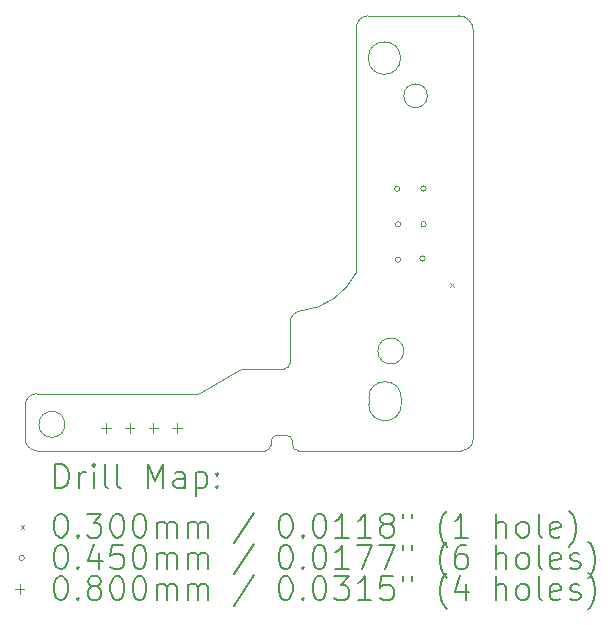
<source format=gbr>
%TF.GenerationSoftware,KiCad,Pcbnew,7.0.6*%
%TF.CreationDate,2023-09-27T22:25:35-07:00*%
%TF.ProjectId,procon_battery_pcb,70726f63-6f6e-45f6-9261-74746572795f,rev?*%
%TF.SameCoordinates,Original*%
%TF.FileFunction,Drillmap*%
%TF.FilePolarity,Positive*%
%FSLAX45Y45*%
G04 Gerber Fmt 4.5, Leading zero omitted, Abs format (unit mm)*
G04 Created by KiCad (PCBNEW 7.0.6) date 2023-09-27 22:25:35*
%MOMM*%
%LPD*%
G01*
G04 APERTURE LIST*
%ADD10C,0.100000*%
%ADD11C,0.200000*%
%ADD12C,0.030000*%
%ADD13C,0.045000*%
%ADD14C,0.080000*%
G04 APERTURE END LIST*
D10*
X7880958Y-2299010D02*
G75*
G03*
X7880958Y-2299010I-100000J0D01*
G01*
X7654371Y-1979843D02*
G75*
G03*
X7654371Y-1979843I-137500J0D01*
G01*
X7680994Y-4459622D02*
G75*
G03*
X7680994Y-4459622I-110000J0D01*
G01*
X7384437Y-4911838D02*
G75*
G03*
X7659437Y-4911838I137500J0D01*
G01*
X7384437Y-4856838D02*
X7384437Y-4911838D01*
X7659436Y-4856838D02*
G75*
G03*
X7384437Y-4856838I-137500J0D01*
G01*
X7659437Y-4911838D02*
X7659437Y-4856838D01*
X4811590Y-5080872D02*
G75*
G03*
X4811590Y-5080872I-110000J0D01*
G01*
X6807573Y-4120668D02*
G75*
G03*
X6717640Y-4220160I10071J-99496D01*
G01*
X6717640Y-4560940D02*
X6717640Y-4220160D01*
X6667640Y-4610940D02*
G75*
G03*
X6717640Y-4560940I5J49996D01*
G01*
X6299640Y-4610940D02*
X6667640Y-4610940D01*
X5934640Y-4820940D02*
X6299640Y-4610940D01*
X4574640Y-4820940D02*
X5934640Y-4820940D01*
X4574640Y-4820940D02*
G75*
G03*
X4474640Y-4920940I5J-100005D01*
G01*
X4474640Y-5202940D02*
X4474640Y-4920940D01*
X4474649Y-5202940D02*
G75*
G03*
X4574640Y-5302940I99996J-4D01*
G01*
X6507640Y-5302940D02*
X4574640Y-5302940D01*
X6507640Y-5302940D02*
G75*
G03*
X6557640Y-5252940I5J49996D01*
G01*
X6557640Y-5222940D02*
X6557640Y-5252940D01*
X6607640Y-5172940D02*
G75*
G03*
X6557640Y-5222940I5J-50005D01*
G01*
X6687640Y-5172940D02*
X6607640Y-5172940D01*
X6737649Y-5222940D02*
G75*
G03*
X6687640Y-5172940I-50004J-4D01*
G01*
X6737640Y-5252940D02*
X6737640Y-5222940D01*
X6737649Y-5252940D02*
G75*
G03*
X6787640Y-5302940I49996J-4D01*
G01*
X8169640Y-5302940D02*
X6787640Y-5302940D01*
X8169640Y-5302940D02*
G75*
G03*
X8269640Y-5202940I5J99996D01*
G01*
X8269640Y-1745940D02*
X8269640Y-5202940D01*
X8269641Y-1745940D02*
G75*
G03*
X8144640Y-1620940I-125000J0D01*
G01*
X7379640Y-1620940D02*
X8144640Y-1620940D01*
X7379640Y-1620940D02*
G75*
G03*
X7279640Y-1720940I5J-100005D01*
G01*
X7279640Y-3795940D02*
X7279640Y-1720940D01*
X6807574Y-4120672D02*
G75*
G03*
X7279640Y-3795940I-59969J592668D01*
G01*
D11*
D12*
X8072360Y-3886440D02*
X8102360Y-3916440D01*
X8102360Y-3886440D02*
X8072360Y-3916440D01*
D13*
X7647580Y-3086100D02*
G75*
G03*
X7647580Y-3086100I-22500J0D01*
G01*
X7655200Y-3385820D02*
G75*
G03*
X7655200Y-3385820I-22500J0D01*
G01*
X7655200Y-3685820D02*
G75*
G03*
X7655200Y-3685820I-22500J0D01*
G01*
X7863046Y-3677134D02*
G75*
G03*
X7863046Y-3677134I-22500J0D01*
G01*
X7871100Y-3083560D02*
G75*
G03*
X7871100Y-3083560I-22500J0D01*
G01*
X7871100Y-3385820D02*
G75*
G03*
X7871100Y-3385820I-22500J0D01*
G01*
D14*
X5160720Y-5073020D02*
X5160720Y-5153020D01*
X5120720Y-5113020D02*
X5200720Y-5113020D01*
X5360720Y-5073020D02*
X5360720Y-5153020D01*
X5320720Y-5113020D02*
X5400720Y-5113020D01*
X5560720Y-5073020D02*
X5560720Y-5153020D01*
X5520720Y-5113020D02*
X5600720Y-5113020D01*
X5760720Y-5073020D02*
X5760720Y-5153020D01*
X5720720Y-5113020D02*
X5800720Y-5113020D01*
D11*
X4730417Y-5619424D02*
X4730417Y-5419424D01*
X4730417Y-5419424D02*
X4778036Y-5419424D01*
X4778036Y-5419424D02*
X4806607Y-5428948D01*
X4806607Y-5428948D02*
X4825655Y-5447995D01*
X4825655Y-5447995D02*
X4835179Y-5467043D01*
X4835179Y-5467043D02*
X4844703Y-5505138D01*
X4844703Y-5505138D02*
X4844703Y-5533710D01*
X4844703Y-5533710D02*
X4835179Y-5571805D01*
X4835179Y-5571805D02*
X4825655Y-5590852D01*
X4825655Y-5590852D02*
X4806607Y-5609900D01*
X4806607Y-5609900D02*
X4778036Y-5619424D01*
X4778036Y-5619424D02*
X4730417Y-5619424D01*
X4930417Y-5619424D02*
X4930417Y-5486090D01*
X4930417Y-5524186D02*
X4939941Y-5505138D01*
X4939941Y-5505138D02*
X4949464Y-5495614D01*
X4949464Y-5495614D02*
X4968512Y-5486090D01*
X4968512Y-5486090D02*
X4987560Y-5486090D01*
X5054226Y-5619424D02*
X5054226Y-5486090D01*
X5054226Y-5419424D02*
X5044703Y-5428948D01*
X5044703Y-5428948D02*
X5054226Y-5438471D01*
X5054226Y-5438471D02*
X5063750Y-5428948D01*
X5063750Y-5428948D02*
X5054226Y-5419424D01*
X5054226Y-5419424D02*
X5054226Y-5438471D01*
X5178036Y-5619424D02*
X5158988Y-5609900D01*
X5158988Y-5609900D02*
X5149464Y-5590852D01*
X5149464Y-5590852D02*
X5149464Y-5419424D01*
X5282798Y-5619424D02*
X5263750Y-5609900D01*
X5263750Y-5609900D02*
X5254226Y-5590852D01*
X5254226Y-5590852D02*
X5254226Y-5419424D01*
X5511369Y-5619424D02*
X5511369Y-5419424D01*
X5511369Y-5419424D02*
X5578036Y-5562281D01*
X5578036Y-5562281D02*
X5644702Y-5419424D01*
X5644702Y-5419424D02*
X5644702Y-5619424D01*
X5825655Y-5619424D02*
X5825655Y-5514662D01*
X5825655Y-5514662D02*
X5816131Y-5495614D01*
X5816131Y-5495614D02*
X5797083Y-5486090D01*
X5797083Y-5486090D02*
X5758988Y-5486090D01*
X5758988Y-5486090D02*
X5739941Y-5495614D01*
X5825655Y-5609900D02*
X5806607Y-5619424D01*
X5806607Y-5619424D02*
X5758988Y-5619424D01*
X5758988Y-5619424D02*
X5739941Y-5609900D01*
X5739941Y-5609900D02*
X5730417Y-5590852D01*
X5730417Y-5590852D02*
X5730417Y-5571805D01*
X5730417Y-5571805D02*
X5739941Y-5552757D01*
X5739941Y-5552757D02*
X5758988Y-5543233D01*
X5758988Y-5543233D02*
X5806607Y-5543233D01*
X5806607Y-5543233D02*
X5825655Y-5533710D01*
X5920893Y-5486090D02*
X5920893Y-5686090D01*
X5920893Y-5495614D02*
X5939941Y-5486090D01*
X5939941Y-5486090D02*
X5978036Y-5486090D01*
X5978036Y-5486090D02*
X5997083Y-5495614D01*
X5997083Y-5495614D02*
X6006607Y-5505138D01*
X6006607Y-5505138D02*
X6016131Y-5524186D01*
X6016131Y-5524186D02*
X6016131Y-5581329D01*
X6016131Y-5581329D02*
X6006607Y-5600376D01*
X6006607Y-5600376D02*
X5997083Y-5609900D01*
X5997083Y-5609900D02*
X5978036Y-5619424D01*
X5978036Y-5619424D02*
X5939941Y-5619424D01*
X5939941Y-5619424D02*
X5920893Y-5609900D01*
X6101845Y-5600376D02*
X6111369Y-5609900D01*
X6111369Y-5609900D02*
X6101845Y-5619424D01*
X6101845Y-5619424D02*
X6092322Y-5609900D01*
X6092322Y-5609900D02*
X6101845Y-5600376D01*
X6101845Y-5600376D02*
X6101845Y-5619424D01*
X6101845Y-5495614D02*
X6111369Y-5505138D01*
X6111369Y-5505138D02*
X6101845Y-5514662D01*
X6101845Y-5514662D02*
X6092322Y-5505138D01*
X6092322Y-5505138D02*
X6101845Y-5495614D01*
X6101845Y-5495614D02*
X6101845Y-5514662D01*
D12*
X4439640Y-5932940D02*
X4469640Y-5962940D01*
X4469640Y-5932940D02*
X4439640Y-5962940D01*
D11*
X4768512Y-5839424D02*
X4787560Y-5839424D01*
X4787560Y-5839424D02*
X4806607Y-5848948D01*
X4806607Y-5848948D02*
X4816131Y-5858471D01*
X4816131Y-5858471D02*
X4825655Y-5877519D01*
X4825655Y-5877519D02*
X4835179Y-5915614D01*
X4835179Y-5915614D02*
X4835179Y-5963233D01*
X4835179Y-5963233D02*
X4825655Y-6001328D01*
X4825655Y-6001328D02*
X4816131Y-6020376D01*
X4816131Y-6020376D02*
X4806607Y-6029900D01*
X4806607Y-6029900D02*
X4787560Y-6039424D01*
X4787560Y-6039424D02*
X4768512Y-6039424D01*
X4768512Y-6039424D02*
X4749464Y-6029900D01*
X4749464Y-6029900D02*
X4739941Y-6020376D01*
X4739941Y-6020376D02*
X4730417Y-6001328D01*
X4730417Y-6001328D02*
X4720893Y-5963233D01*
X4720893Y-5963233D02*
X4720893Y-5915614D01*
X4720893Y-5915614D02*
X4730417Y-5877519D01*
X4730417Y-5877519D02*
X4739941Y-5858471D01*
X4739941Y-5858471D02*
X4749464Y-5848948D01*
X4749464Y-5848948D02*
X4768512Y-5839424D01*
X4920893Y-6020376D02*
X4930417Y-6029900D01*
X4930417Y-6029900D02*
X4920893Y-6039424D01*
X4920893Y-6039424D02*
X4911369Y-6029900D01*
X4911369Y-6029900D02*
X4920893Y-6020376D01*
X4920893Y-6020376D02*
X4920893Y-6039424D01*
X4997084Y-5839424D02*
X5120893Y-5839424D01*
X5120893Y-5839424D02*
X5054226Y-5915614D01*
X5054226Y-5915614D02*
X5082798Y-5915614D01*
X5082798Y-5915614D02*
X5101845Y-5925138D01*
X5101845Y-5925138D02*
X5111369Y-5934662D01*
X5111369Y-5934662D02*
X5120893Y-5953709D01*
X5120893Y-5953709D02*
X5120893Y-6001328D01*
X5120893Y-6001328D02*
X5111369Y-6020376D01*
X5111369Y-6020376D02*
X5101845Y-6029900D01*
X5101845Y-6029900D02*
X5082798Y-6039424D01*
X5082798Y-6039424D02*
X5025655Y-6039424D01*
X5025655Y-6039424D02*
X5006607Y-6029900D01*
X5006607Y-6029900D02*
X4997084Y-6020376D01*
X5244703Y-5839424D02*
X5263750Y-5839424D01*
X5263750Y-5839424D02*
X5282798Y-5848948D01*
X5282798Y-5848948D02*
X5292322Y-5858471D01*
X5292322Y-5858471D02*
X5301845Y-5877519D01*
X5301845Y-5877519D02*
X5311369Y-5915614D01*
X5311369Y-5915614D02*
X5311369Y-5963233D01*
X5311369Y-5963233D02*
X5301845Y-6001328D01*
X5301845Y-6001328D02*
X5292322Y-6020376D01*
X5292322Y-6020376D02*
X5282798Y-6029900D01*
X5282798Y-6029900D02*
X5263750Y-6039424D01*
X5263750Y-6039424D02*
X5244703Y-6039424D01*
X5244703Y-6039424D02*
X5225655Y-6029900D01*
X5225655Y-6029900D02*
X5216131Y-6020376D01*
X5216131Y-6020376D02*
X5206607Y-6001328D01*
X5206607Y-6001328D02*
X5197084Y-5963233D01*
X5197084Y-5963233D02*
X5197084Y-5915614D01*
X5197084Y-5915614D02*
X5206607Y-5877519D01*
X5206607Y-5877519D02*
X5216131Y-5858471D01*
X5216131Y-5858471D02*
X5225655Y-5848948D01*
X5225655Y-5848948D02*
X5244703Y-5839424D01*
X5435179Y-5839424D02*
X5454226Y-5839424D01*
X5454226Y-5839424D02*
X5473274Y-5848948D01*
X5473274Y-5848948D02*
X5482798Y-5858471D01*
X5482798Y-5858471D02*
X5492322Y-5877519D01*
X5492322Y-5877519D02*
X5501845Y-5915614D01*
X5501845Y-5915614D02*
X5501845Y-5963233D01*
X5501845Y-5963233D02*
X5492322Y-6001328D01*
X5492322Y-6001328D02*
X5482798Y-6020376D01*
X5482798Y-6020376D02*
X5473274Y-6029900D01*
X5473274Y-6029900D02*
X5454226Y-6039424D01*
X5454226Y-6039424D02*
X5435179Y-6039424D01*
X5435179Y-6039424D02*
X5416131Y-6029900D01*
X5416131Y-6029900D02*
X5406607Y-6020376D01*
X5406607Y-6020376D02*
X5397084Y-6001328D01*
X5397084Y-6001328D02*
X5387560Y-5963233D01*
X5387560Y-5963233D02*
X5387560Y-5915614D01*
X5387560Y-5915614D02*
X5397084Y-5877519D01*
X5397084Y-5877519D02*
X5406607Y-5858471D01*
X5406607Y-5858471D02*
X5416131Y-5848948D01*
X5416131Y-5848948D02*
X5435179Y-5839424D01*
X5587560Y-6039424D02*
X5587560Y-5906090D01*
X5587560Y-5925138D02*
X5597083Y-5915614D01*
X5597083Y-5915614D02*
X5616131Y-5906090D01*
X5616131Y-5906090D02*
X5644703Y-5906090D01*
X5644703Y-5906090D02*
X5663750Y-5915614D01*
X5663750Y-5915614D02*
X5673274Y-5934662D01*
X5673274Y-5934662D02*
X5673274Y-6039424D01*
X5673274Y-5934662D02*
X5682798Y-5915614D01*
X5682798Y-5915614D02*
X5701845Y-5906090D01*
X5701845Y-5906090D02*
X5730417Y-5906090D01*
X5730417Y-5906090D02*
X5749464Y-5915614D01*
X5749464Y-5915614D02*
X5758988Y-5934662D01*
X5758988Y-5934662D02*
X5758988Y-6039424D01*
X5854226Y-6039424D02*
X5854226Y-5906090D01*
X5854226Y-5925138D02*
X5863750Y-5915614D01*
X5863750Y-5915614D02*
X5882798Y-5906090D01*
X5882798Y-5906090D02*
X5911369Y-5906090D01*
X5911369Y-5906090D02*
X5930417Y-5915614D01*
X5930417Y-5915614D02*
X5939941Y-5934662D01*
X5939941Y-5934662D02*
X5939941Y-6039424D01*
X5939941Y-5934662D02*
X5949464Y-5915614D01*
X5949464Y-5915614D02*
X5968512Y-5906090D01*
X5968512Y-5906090D02*
X5997083Y-5906090D01*
X5997083Y-5906090D02*
X6016131Y-5915614D01*
X6016131Y-5915614D02*
X6025655Y-5934662D01*
X6025655Y-5934662D02*
X6025655Y-6039424D01*
X6416131Y-5829900D02*
X6244703Y-6087043D01*
X6673274Y-5839424D02*
X6692322Y-5839424D01*
X6692322Y-5839424D02*
X6711369Y-5848948D01*
X6711369Y-5848948D02*
X6720893Y-5858471D01*
X6720893Y-5858471D02*
X6730417Y-5877519D01*
X6730417Y-5877519D02*
X6739941Y-5915614D01*
X6739941Y-5915614D02*
X6739941Y-5963233D01*
X6739941Y-5963233D02*
X6730417Y-6001328D01*
X6730417Y-6001328D02*
X6720893Y-6020376D01*
X6720893Y-6020376D02*
X6711369Y-6029900D01*
X6711369Y-6029900D02*
X6692322Y-6039424D01*
X6692322Y-6039424D02*
X6673274Y-6039424D01*
X6673274Y-6039424D02*
X6654226Y-6029900D01*
X6654226Y-6029900D02*
X6644703Y-6020376D01*
X6644703Y-6020376D02*
X6635179Y-6001328D01*
X6635179Y-6001328D02*
X6625655Y-5963233D01*
X6625655Y-5963233D02*
X6625655Y-5915614D01*
X6625655Y-5915614D02*
X6635179Y-5877519D01*
X6635179Y-5877519D02*
X6644703Y-5858471D01*
X6644703Y-5858471D02*
X6654226Y-5848948D01*
X6654226Y-5848948D02*
X6673274Y-5839424D01*
X6825655Y-6020376D02*
X6835179Y-6029900D01*
X6835179Y-6029900D02*
X6825655Y-6039424D01*
X6825655Y-6039424D02*
X6816131Y-6029900D01*
X6816131Y-6029900D02*
X6825655Y-6020376D01*
X6825655Y-6020376D02*
X6825655Y-6039424D01*
X6958988Y-5839424D02*
X6978036Y-5839424D01*
X6978036Y-5839424D02*
X6997084Y-5848948D01*
X6997084Y-5848948D02*
X7006607Y-5858471D01*
X7006607Y-5858471D02*
X7016131Y-5877519D01*
X7016131Y-5877519D02*
X7025655Y-5915614D01*
X7025655Y-5915614D02*
X7025655Y-5963233D01*
X7025655Y-5963233D02*
X7016131Y-6001328D01*
X7016131Y-6001328D02*
X7006607Y-6020376D01*
X7006607Y-6020376D02*
X6997084Y-6029900D01*
X6997084Y-6029900D02*
X6978036Y-6039424D01*
X6978036Y-6039424D02*
X6958988Y-6039424D01*
X6958988Y-6039424D02*
X6939941Y-6029900D01*
X6939941Y-6029900D02*
X6930417Y-6020376D01*
X6930417Y-6020376D02*
X6920893Y-6001328D01*
X6920893Y-6001328D02*
X6911369Y-5963233D01*
X6911369Y-5963233D02*
X6911369Y-5915614D01*
X6911369Y-5915614D02*
X6920893Y-5877519D01*
X6920893Y-5877519D02*
X6930417Y-5858471D01*
X6930417Y-5858471D02*
X6939941Y-5848948D01*
X6939941Y-5848948D02*
X6958988Y-5839424D01*
X7216131Y-6039424D02*
X7101846Y-6039424D01*
X7158988Y-6039424D02*
X7158988Y-5839424D01*
X7158988Y-5839424D02*
X7139941Y-5867995D01*
X7139941Y-5867995D02*
X7120893Y-5887043D01*
X7120893Y-5887043D02*
X7101846Y-5896567D01*
X7406607Y-6039424D02*
X7292322Y-6039424D01*
X7349465Y-6039424D02*
X7349465Y-5839424D01*
X7349465Y-5839424D02*
X7330417Y-5867995D01*
X7330417Y-5867995D02*
X7311369Y-5887043D01*
X7311369Y-5887043D02*
X7292322Y-5896567D01*
X7520893Y-5925138D02*
X7501846Y-5915614D01*
X7501846Y-5915614D02*
X7492322Y-5906090D01*
X7492322Y-5906090D02*
X7482798Y-5887043D01*
X7482798Y-5887043D02*
X7482798Y-5877519D01*
X7482798Y-5877519D02*
X7492322Y-5858471D01*
X7492322Y-5858471D02*
X7501846Y-5848948D01*
X7501846Y-5848948D02*
X7520893Y-5839424D01*
X7520893Y-5839424D02*
X7558988Y-5839424D01*
X7558988Y-5839424D02*
X7578036Y-5848948D01*
X7578036Y-5848948D02*
X7587560Y-5858471D01*
X7587560Y-5858471D02*
X7597084Y-5877519D01*
X7597084Y-5877519D02*
X7597084Y-5887043D01*
X7597084Y-5887043D02*
X7587560Y-5906090D01*
X7587560Y-5906090D02*
X7578036Y-5915614D01*
X7578036Y-5915614D02*
X7558988Y-5925138D01*
X7558988Y-5925138D02*
X7520893Y-5925138D01*
X7520893Y-5925138D02*
X7501846Y-5934662D01*
X7501846Y-5934662D02*
X7492322Y-5944186D01*
X7492322Y-5944186D02*
X7482798Y-5963233D01*
X7482798Y-5963233D02*
X7482798Y-6001328D01*
X7482798Y-6001328D02*
X7492322Y-6020376D01*
X7492322Y-6020376D02*
X7501846Y-6029900D01*
X7501846Y-6029900D02*
X7520893Y-6039424D01*
X7520893Y-6039424D02*
X7558988Y-6039424D01*
X7558988Y-6039424D02*
X7578036Y-6029900D01*
X7578036Y-6029900D02*
X7587560Y-6020376D01*
X7587560Y-6020376D02*
X7597084Y-6001328D01*
X7597084Y-6001328D02*
X7597084Y-5963233D01*
X7597084Y-5963233D02*
X7587560Y-5944186D01*
X7587560Y-5944186D02*
X7578036Y-5934662D01*
X7578036Y-5934662D02*
X7558988Y-5925138D01*
X7673274Y-5839424D02*
X7673274Y-5877519D01*
X7749465Y-5839424D02*
X7749465Y-5877519D01*
X8044703Y-6115614D02*
X8035179Y-6106090D01*
X8035179Y-6106090D02*
X8016131Y-6077519D01*
X8016131Y-6077519D02*
X8006608Y-6058471D01*
X8006608Y-6058471D02*
X7997084Y-6029900D01*
X7997084Y-6029900D02*
X7987560Y-5982281D01*
X7987560Y-5982281D02*
X7987560Y-5944186D01*
X7987560Y-5944186D02*
X7997084Y-5896567D01*
X7997084Y-5896567D02*
X8006608Y-5867995D01*
X8006608Y-5867995D02*
X8016131Y-5848948D01*
X8016131Y-5848948D02*
X8035179Y-5820376D01*
X8035179Y-5820376D02*
X8044703Y-5810852D01*
X8225655Y-6039424D02*
X8111369Y-6039424D01*
X8168512Y-6039424D02*
X8168512Y-5839424D01*
X8168512Y-5839424D02*
X8149465Y-5867995D01*
X8149465Y-5867995D02*
X8130417Y-5887043D01*
X8130417Y-5887043D02*
X8111369Y-5896567D01*
X8463751Y-6039424D02*
X8463751Y-5839424D01*
X8549465Y-6039424D02*
X8549465Y-5934662D01*
X8549465Y-5934662D02*
X8539941Y-5915614D01*
X8539941Y-5915614D02*
X8520893Y-5906090D01*
X8520893Y-5906090D02*
X8492322Y-5906090D01*
X8492322Y-5906090D02*
X8473274Y-5915614D01*
X8473274Y-5915614D02*
X8463751Y-5925138D01*
X8673274Y-6039424D02*
X8654227Y-6029900D01*
X8654227Y-6029900D02*
X8644703Y-6020376D01*
X8644703Y-6020376D02*
X8635179Y-6001328D01*
X8635179Y-6001328D02*
X8635179Y-5944186D01*
X8635179Y-5944186D02*
X8644703Y-5925138D01*
X8644703Y-5925138D02*
X8654227Y-5915614D01*
X8654227Y-5915614D02*
X8673274Y-5906090D01*
X8673274Y-5906090D02*
X8701846Y-5906090D01*
X8701846Y-5906090D02*
X8720893Y-5915614D01*
X8720893Y-5915614D02*
X8730417Y-5925138D01*
X8730417Y-5925138D02*
X8739941Y-5944186D01*
X8739941Y-5944186D02*
X8739941Y-6001328D01*
X8739941Y-6001328D02*
X8730417Y-6020376D01*
X8730417Y-6020376D02*
X8720893Y-6029900D01*
X8720893Y-6029900D02*
X8701846Y-6039424D01*
X8701846Y-6039424D02*
X8673274Y-6039424D01*
X8854227Y-6039424D02*
X8835179Y-6029900D01*
X8835179Y-6029900D02*
X8825655Y-6010852D01*
X8825655Y-6010852D02*
X8825655Y-5839424D01*
X9006608Y-6029900D02*
X8987560Y-6039424D01*
X8987560Y-6039424D02*
X8949465Y-6039424D01*
X8949465Y-6039424D02*
X8930417Y-6029900D01*
X8930417Y-6029900D02*
X8920893Y-6010852D01*
X8920893Y-6010852D02*
X8920893Y-5934662D01*
X8920893Y-5934662D02*
X8930417Y-5915614D01*
X8930417Y-5915614D02*
X8949465Y-5906090D01*
X8949465Y-5906090D02*
X8987560Y-5906090D01*
X8987560Y-5906090D02*
X9006608Y-5915614D01*
X9006608Y-5915614D02*
X9016132Y-5934662D01*
X9016132Y-5934662D02*
X9016132Y-5953709D01*
X9016132Y-5953709D02*
X8920893Y-5972757D01*
X9082798Y-6115614D02*
X9092322Y-6106090D01*
X9092322Y-6106090D02*
X9111370Y-6077519D01*
X9111370Y-6077519D02*
X9120893Y-6058471D01*
X9120893Y-6058471D02*
X9130417Y-6029900D01*
X9130417Y-6029900D02*
X9139941Y-5982281D01*
X9139941Y-5982281D02*
X9139941Y-5944186D01*
X9139941Y-5944186D02*
X9130417Y-5896567D01*
X9130417Y-5896567D02*
X9120893Y-5867995D01*
X9120893Y-5867995D02*
X9111370Y-5848948D01*
X9111370Y-5848948D02*
X9092322Y-5820376D01*
X9092322Y-5820376D02*
X9082798Y-5810852D01*
D13*
X4469640Y-6211940D02*
G75*
G03*
X4469640Y-6211940I-22500J0D01*
G01*
D11*
X4768512Y-6103424D02*
X4787560Y-6103424D01*
X4787560Y-6103424D02*
X4806607Y-6112948D01*
X4806607Y-6112948D02*
X4816131Y-6122471D01*
X4816131Y-6122471D02*
X4825655Y-6141519D01*
X4825655Y-6141519D02*
X4835179Y-6179614D01*
X4835179Y-6179614D02*
X4835179Y-6227233D01*
X4835179Y-6227233D02*
X4825655Y-6265328D01*
X4825655Y-6265328D02*
X4816131Y-6284376D01*
X4816131Y-6284376D02*
X4806607Y-6293900D01*
X4806607Y-6293900D02*
X4787560Y-6303424D01*
X4787560Y-6303424D02*
X4768512Y-6303424D01*
X4768512Y-6303424D02*
X4749464Y-6293900D01*
X4749464Y-6293900D02*
X4739941Y-6284376D01*
X4739941Y-6284376D02*
X4730417Y-6265328D01*
X4730417Y-6265328D02*
X4720893Y-6227233D01*
X4720893Y-6227233D02*
X4720893Y-6179614D01*
X4720893Y-6179614D02*
X4730417Y-6141519D01*
X4730417Y-6141519D02*
X4739941Y-6122471D01*
X4739941Y-6122471D02*
X4749464Y-6112948D01*
X4749464Y-6112948D02*
X4768512Y-6103424D01*
X4920893Y-6284376D02*
X4930417Y-6293900D01*
X4930417Y-6293900D02*
X4920893Y-6303424D01*
X4920893Y-6303424D02*
X4911369Y-6293900D01*
X4911369Y-6293900D02*
X4920893Y-6284376D01*
X4920893Y-6284376D02*
X4920893Y-6303424D01*
X5101845Y-6170090D02*
X5101845Y-6303424D01*
X5054226Y-6093900D02*
X5006607Y-6236757D01*
X5006607Y-6236757D02*
X5130417Y-6236757D01*
X5301845Y-6103424D02*
X5206607Y-6103424D01*
X5206607Y-6103424D02*
X5197084Y-6198662D01*
X5197084Y-6198662D02*
X5206607Y-6189138D01*
X5206607Y-6189138D02*
X5225655Y-6179614D01*
X5225655Y-6179614D02*
X5273274Y-6179614D01*
X5273274Y-6179614D02*
X5292322Y-6189138D01*
X5292322Y-6189138D02*
X5301845Y-6198662D01*
X5301845Y-6198662D02*
X5311369Y-6217709D01*
X5311369Y-6217709D02*
X5311369Y-6265328D01*
X5311369Y-6265328D02*
X5301845Y-6284376D01*
X5301845Y-6284376D02*
X5292322Y-6293900D01*
X5292322Y-6293900D02*
X5273274Y-6303424D01*
X5273274Y-6303424D02*
X5225655Y-6303424D01*
X5225655Y-6303424D02*
X5206607Y-6293900D01*
X5206607Y-6293900D02*
X5197084Y-6284376D01*
X5435179Y-6103424D02*
X5454226Y-6103424D01*
X5454226Y-6103424D02*
X5473274Y-6112948D01*
X5473274Y-6112948D02*
X5482798Y-6122471D01*
X5482798Y-6122471D02*
X5492322Y-6141519D01*
X5492322Y-6141519D02*
X5501845Y-6179614D01*
X5501845Y-6179614D02*
X5501845Y-6227233D01*
X5501845Y-6227233D02*
X5492322Y-6265328D01*
X5492322Y-6265328D02*
X5482798Y-6284376D01*
X5482798Y-6284376D02*
X5473274Y-6293900D01*
X5473274Y-6293900D02*
X5454226Y-6303424D01*
X5454226Y-6303424D02*
X5435179Y-6303424D01*
X5435179Y-6303424D02*
X5416131Y-6293900D01*
X5416131Y-6293900D02*
X5406607Y-6284376D01*
X5406607Y-6284376D02*
X5397084Y-6265328D01*
X5397084Y-6265328D02*
X5387560Y-6227233D01*
X5387560Y-6227233D02*
X5387560Y-6179614D01*
X5387560Y-6179614D02*
X5397084Y-6141519D01*
X5397084Y-6141519D02*
X5406607Y-6122471D01*
X5406607Y-6122471D02*
X5416131Y-6112948D01*
X5416131Y-6112948D02*
X5435179Y-6103424D01*
X5587560Y-6303424D02*
X5587560Y-6170090D01*
X5587560Y-6189138D02*
X5597083Y-6179614D01*
X5597083Y-6179614D02*
X5616131Y-6170090D01*
X5616131Y-6170090D02*
X5644703Y-6170090D01*
X5644703Y-6170090D02*
X5663750Y-6179614D01*
X5663750Y-6179614D02*
X5673274Y-6198662D01*
X5673274Y-6198662D02*
X5673274Y-6303424D01*
X5673274Y-6198662D02*
X5682798Y-6179614D01*
X5682798Y-6179614D02*
X5701845Y-6170090D01*
X5701845Y-6170090D02*
X5730417Y-6170090D01*
X5730417Y-6170090D02*
X5749464Y-6179614D01*
X5749464Y-6179614D02*
X5758988Y-6198662D01*
X5758988Y-6198662D02*
X5758988Y-6303424D01*
X5854226Y-6303424D02*
X5854226Y-6170090D01*
X5854226Y-6189138D02*
X5863750Y-6179614D01*
X5863750Y-6179614D02*
X5882798Y-6170090D01*
X5882798Y-6170090D02*
X5911369Y-6170090D01*
X5911369Y-6170090D02*
X5930417Y-6179614D01*
X5930417Y-6179614D02*
X5939941Y-6198662D01*
X5939941Y-6198662D02*
X5939941Y-6303424D01*
X5939941Y-6198662D02*
X5949464Y-6179614D01*
X5949464Y-6179614D02*
X5968512Y-6170090D01*
X5968512Y-6170090D02*
X5997083Y-6170090D01*
X5997083Y-6170090D02*
X6016131Y-6179614D01*
X6016131Y-6179614D02*
X6025655Y-6198662D01*
X6025655Y-6198662D02*
X6025655Y-6303424D01*
X6416131Y-6093900D02*
X6244703Y-6351043D01*
X6673274Y-6103424D02*
X6692322Y-6103424D01*
X6692322Y-6103424D02*
X6711369Y-6112948D01*
X6711369Y-6112948D02*
X6720893Y-6122471D01*
X6720893Y-6122471D02*
X6730417Y-6141519D01*
X6730417Y-6141519D02*
X6739941Y-6179614D01*
X6739941Y-6179614D02*
X6739941Y-6227233D01*
X6739941Y-6227233D02*
X6730417Y-6265328D01*
X6730417Y-6265328D02*
X6720893Y-6284376D01*
X6720893Y-6284376D02*
X6711369Y-6293900D01*
X6711369Y-6293900D02*
X6692322Y-6303424D01*
X6692322Y-6303424D02*
X6673274Y-6303424D01*
X6673274Y-6303424D02*
X6654226Y-6293900D01*
X6654226Y-6293900D02*
X6644703Y-6284376D01*
X6644703Y-6284376D02*
X6635179Y-6265328D01*
X6635179Y-6265328D02*
X6625655Y-6227233D01*
X6625655Y-6227233D02*
X6625655Y-6179614D01*
X6625655Y-6179614D02*
X6635179Y-6141519D01*
X6635179Y-6141519D02*
X6644703Y-6122471D01*
X6644703Y-6122471D02*
X6654226Y-6112948D01*
X6654226Y-6112948D02*
X6673274Y-6103424D01*
X6825655Y-6284376D02*
X6835179Y-6293900D01*
X6835179Y-6293900D02*
X6825655Y-6303424D01*
X6825655Y-6303424D02*
X6816131Y-6293900D01*
X6816131Y-6293900D02*
X6825655Y-6284376D01*
X6825655Y-6284376D02*
X6825655Y-6303424D01*
X6958988Y-6103424D02*
X6978036Y-6103424D01*
X6978036Y-6103424D02*
X6997084Y-6112948D01*
X6997084Y-6112948D02*
X7006607Y-6122471D01*
X7006607Y-6122471D02*
X7016131Y-6141519D01*
X7016131Y-6141519D02*
X7025655Y-6179614D01*
X7025655Y-6179614D02*
X7025655Y-6227233D01*
X7025655Y-6227233D02*
X7016131Y-6265328D01*
X7016131Y-6265328D02*
X7006607Y-6284376D01*
X7006607Y-6284376D02*
X6997084Y-6293900D01*
X6997084Y-6293900D02*
X6978036Y-6303424D01*
X6978036Y-6303424D02*
X6958988Y-6303424D01*
X6958988Y-6303424D02*
X6939941Y-6293900D01*
X6939941Y-6293900D02*
X6930417Y-6284376D01*
X6930417Y-6284376D02*
X6920893Y-6265328D01*
X6920893Y-6265328D02*
X6911369Y-6227233D01*
X6911369Y-6227233D02*
X6911369Y-6179614D01*
X6911369Y-6179614D02*
X6920893Y-6141519D01*
X6920893Y-6141519D02*
X6930417Y-6122471D01*
X6930417Y-6122471D02*
X6939941Y-6112948D01*
X6939941Y-6112948D02*
X6958988Y-6103424D01*
X7216131Y-6303424D02*
X7101846Y-6303424D01*
X7158988Y-6303424D02*
X7158988Y-6103424D01*
X7158988Y-6103424D02*
X7139941Y-6131995D01*
X7139941Y-6131995D02*
X7120893Y-6151043D01*
X7120893Y-6151043D02*
X7101846Y-6160567D01*
X7282798Y-6103424D02*
X7416131Y-6103424D01*
X7416131Y-6103424D02*
X7330417Y-6303424D01*
X7473274Y-6103424D02*
X7606607Y-6103424D01*
X7606607Y-6103424D02*
X7520893Y-6303424D01*
X7673274Y-6103424D02*
X7673274Y-6141519D01*
X7749465Y-6103424D02*
X7749465Y-6141519D01*
X8044703Y-6379614D02*
X8035179Y-6370090D01*
X8035179Y-6370090D02*
X8016131Y-6341519D01*
X8016131Y-6341519D02*
X8006608Y-6322471D01*
X8006608Y-6322471D02*
X7997084Y-6293900D01*
X7997084Y-6293900D02*
X7987560Y-6246281D01*
X7987560Y-6246281D02*
X7987560Y-6208186D01*
X7987560Y-6208186D02*
X7997084Y-6160567D01*
X7997084Y-6160567D02*
X8006608Y-6131995D01*
X8006608Y-6131995D02*
X8016131Y-6112948D01*
X8016131Y-6112948D02*
X8035179Y-6084376D01*
X8035179Y-6084376D02*
X8044703Y-6074852D01*
X8206608Y-6103424D02*
X8168512Y-6103424D01*
X8168512Y-6103424D02*
X8149465Y-6112948D01*
X8149465Y-6112948D02*
X8139941Y-6122471D01*
X8139941Y-6122471D02*
X8120893Y-6151043D01*
X8120893Y-6151043D02*
X8111369Y-6189138D01*
X8111369Y-6189138D02*
X8111369Y-6265328D01*
X8111369Y-6265328D02*
X8120893Y-6284376D01*
X8120893Y-6284376D02*
X8130417Y-6293900D01*
X8130417Y-6293900D02*
X8149465Y-6303424D01*
X8149465Y-6303424D02*
X8187560Y-6303424D01*
X8187560Y-6303424D02*
X8206608Y-6293900D01*
X8206608Y-6293900D02*
X8216131Y-6284376D01*
X8216131Y-6284376D02*
X8225655Y-6265328D01*
X8225655Y-6265328D02*
X8225655Y-6217709D01*
X8225655Y-6217709D02*
X8216131Y-6198662D01*
X8216131Y-6198662D02*
X8206608Y-6189138D01*
X8206608Y-6189138D02*
X8187560Y-6179614D01*
X8187560Y-6179614D02*
X8149465Y-6179614D01*
X8149465Y-6179614D02*
X8130417Y-6189138D01*
X8130417Y-6189138D02*
X8120893Y-6198662D01*
X8120893Y-6198662D02*
X8111369Y-6217709D01*
X8463751Y-6303424D02*
X8463751Y-6103424D01*
X8549465Y-6303424D02*
X8549465Y-6198662D01*
X8549465Y-6198662D02*
X8539941Y-6179614D01*
X8539941Y-6179614D02*
X8520893Y-6170090D01*
X8520893Y-6170090D02*
X8492322Y-6170090D01*
X8492322Y-6170090D02*
X8473274Y-6179614D01*
X8473274Y-6179614D02*
X8463751Y-6189138D01*
X8673274Y-6303424D02*
X8654227Y-6293900D01*
X8654227Y-6293900D02*
X8644703Y-6284376D01*
X8644703Y-6284376D02*
X8635179Y-6265328D01*
X8635179Y-6265328D02*
X8635179Y-6208186D01*
X8635179Y-6208186D02*
X8644703Y-6189138D01*
X8644703Y-6189138D02*
X8654227Y-6179614D01*
X8654227Y-6179614D02*
X8673274Y-6170090D01*
X8673274Y-6170090D02*
X8701846Y-6170090D01*
X8701846Y-6170090D02*
X8720893Y-6179614D01*
X8720893Y-6179614D02*
X8730417Y-6189138D01*
X8730417Y-6189138D02*
X8739941Y-6208186D01*
X8739941Y-6208186D02*
X8739941Y-6265328D01*
X8739941Y-6265328D02*
X8730417Y-6284376D01*
X8730417Y-6284376D02*
X8720893Y-6293900D01*
X8720893Y-6293900D02*
X8701846Y-6303424D01*
X8701846Y-6303424D02*
X8673274Y-6303424D01*
X8854227Y-6303424D02*
X8835179Y-6293900D01*
X8835179Y-6293900D02*
X8825655Y-6274852D01*
X8825655Y-6274852D02*
X8825655Y-6103424D01*
X9006608Y-6293900D02*
X8987560Y-6303424D01*
X8987560Y-6303424D02*
X8949465Y-6303424D01*
X8949465Y-6303424D02*
X8930417Y-6293900D01*
X8930417Y-6293900D02*
X8920893Y-6274852D01*
X8920893Y-6274852D02*
X8920893Y-6198662D01*
X8920893Y-6198662D02*
X8930417Y-6179614D01*
X8930417Y-6179614D02*
X8949465Y-6170090D01*
X8949465Y-6170090D02*
X8987560Y-6170090D01*
X8987560Y-6170090D02*
X9006608Y-6179614D01*
X9006608Y-6179614D02*
X9016132Y-6198662D01*
X9016132Y-6198662D02*
X9016132Y-6217709D01*
X9016132Y-6217709D02*
X8920893Y-6236757D01*
X9092322Y-6293900D02*
X9111370Y-6303424D01*
X9111370Y-6303424D02*
X9149465Y-6303424D01*
X9149465Y-6303424D02*
X9168513Y-6293900D01*
X9168513Y-6293900D02*
X9178036Y-6274852D01*
X9178036Y-6274852D02*
X9178036Y-6265328D01*
X9178036Y-6265328D02*
X9168513Y-6246281D01*
X9168513Y-6246281D02*
X9149465Y-6236757D01*
X9149465Y-6236757D02*
X9120893Y-6236757D01*
X9120893Y-6236757D02*
X9101846Y-6227233D01*
X9101846Y-6227233D02*
X9092322Y-6208186D01*
X9092322Y-6208186D02*
X9092322Y-6198662D01*
X9092322Y-6198662D02*
X9101846Y-6179614D01*
X9101846Y-6179614D02*
X9120893Y-6170090D01*
X9120893Y-6170090D02*
X9149465Y-6170090D01*
X9149465Y-6170090D02*
X9168513Y-6179614D01*
X9244703Y-6379614D02*
X9254227Y-6370090D01*
X9254227Y-6370090D02*
X9273274Y-6341519D01*
X9273274Y-6341519D02*
X9282798Y-6322471D01*
X9282798Y-6322471D02*
X9292322Y-6293900D01*
X9292322Y-6293900D02*
X9301846Y-6246281D01*
X9301846Y-6246281D02*
X9301846Y-6208186D01*
X9301846Y-6208186D02*
X9292322Y-6160567D01*
X9292322Y-6160567D02*
X9282798Y-6131995D01*
X9282798Y-6131995D02*
X9273274Y-6112948D01*
X9273274Y-6112948D02*
X9254227Y-6084376D01*
X9254227Y-6084376D02*
X9244703Y-6074852D01*
D14*
X4429640Y-6435940D02*
X4429640Y-6515940D01*
X4389640Y-6475940D02*
X4469640Y-6475940D01*
D11*
X4768512Y-6367424D02*
X4787560Y-6367424D01*
X4787560Y-6367424D02*
X4806607Y-6376948D01*
X4806607Y-6376948D02*
X4816131Y-6386471D01*
X4816131Y-6386471D02*
X4825655Y-6405519D01*
X4825655Y-6405519D02*
X4835179Y-6443614D01*
X4835179Y-6443614D02*
X4835179Y-6491233D01*
X4835179Y-6491233D02*
X4825655Y-6529328D01*
X4825655Y-6529328D02*
X4816131Y-6548376D01*
X4816131Y-6548376D02*
X4806607Y-6557900D01*
X4806607Y-6557900D02*
X4787560Y-6567424D01*
X4787560Y-6567424D02*
X4768512Y-6567424D01*
X4768512Y-6567424D02*
X4749464Y-6557900D01*
X4749464Y-6557900D02*
X4739941Y-6548376D01*
X4739941Y-6548376D02*
X4730417Y-6529328D01*
X4730417Y-6529328D02*
X4720893Y-6491233D01*
X4720893Y-6491233D02*
X4720893Y-6443614D01*
X4720893Y-6443614D02*
X4730417Y-6405519D01*
X4730417Y-6405519D02*
X4739941Y-6386471D01*
X4739941Y-6386471D02*
X4749464Y-6376948D01*
X4749464Y-6376948D02*
X4768512Y-6367424D01*
X4920893Y-6548376D02*
X4930417Y-6557900D01*
X4930417Y-6557900D02*
X4920893Y-6567424D01*
X4920893Y-6567424D02*
X4911369Y-6557900D01*
X4911369Y-6557900D02*
X4920893Y-6548376D01*
X4920893Y-6548376D02*
X4920893Y-6567424D01*
X5044703Y-6453138D02*
X5025655Y-6443614D01*
X5025655Y-6443614D02*
X5016131Y-6434090D01*
X5016131Y-6434090D02*
X5006607Y-6415043D01*
X5006607Y-6415043D02*
X5006607Y-6405519D01*
X5006607Y-6405519D02*
X5016131Y-6386471D01*
X5016131Y-6386471D02*
X5025655Y-6376948D01*
X5025655Y-6376948D02*
X5044703Y-6367424D01*
X5044703Y-6367424D02*
X5082798Y-6367424D01*
X5082798Y-6367424D02*
X5101845Y-6376948D01*
X5101845Y-6376948D02*
X5111369Y-6386471D01*
X5111369Y-6386471D02*
X5120893Y-6405519D01*
X5120893Y-6405519D02*
X5120893Y-6415043D01*
X5120893Y-6415043D02*
X5111369Y-6434090D01*
X5111369Y-6434090D02*
X5101845Y-6443614D01*
X5101845Y-6443614D02*
X5082798Y-6453138D01*
X5082798Y-6453138D02*
X5044703Y-6453138D01*
X5044703Y-6453138D02*
X5025655Y-6462662D01*
X5025655Y-6462662D02*
X5016131Y-6472186D01*
X5016131Y-6472186D02*
X5006607Y-6491233D01*
X5006607Y-6491233D02*
X5006607Y-6529328D01*
X5006607Y-6529328D02*
X5016131Y-6548376D01*
X5016131Y-6548376D02*
X5025655Y-6557900D01*
X5025655Y-6557900D02*
X5044703Y-6567424D01*
X5044703Y-6567424D02*
X5082798Y-6567424D01*
X5082798Y-6567424D02*
X5101845Y-6557900D01*
X5101845Y-6557900D02*
X5111369Y-6548376D01*
X5111369Y-6548376D02*
X5120893Y-6529328D01*
X5120893Y-6529328D02*
X5120893Y-6491233D01*
X5120893Y-6491233D02*
X5111369Y-6472186D01*
X5111369Y-6472186D02*
X5101845Y-6462662D01*
X5101845Y-6462662D02*
X5082798Y-6453138D01*
X5244703Y-6367424D02*
X5263750Y-6367424D01*
X5263750Y-6367424D02*
X5282798Y-6376948D01*
X5282798Y-6376948D02*
X5292322Y-6386471D01*
X5292322Y-6386471D02*
X5301845Y-6405519D01*
X5301845Y-6405519D02*
X5311369Y-6443614D01*
X5311369Y-6443614D02*
X5311369Y-6491233D01*
X5311369Y-6491233D02*
X5301845Y-6529328D01*
X5301845Y-6529328D02*
X5292322Y-6548376D01*
X5292322Y-6548376D02*
X5282798Y-6557900D01*
X5282798Y-6557900D02*
X5263750Y-6567424D01*
X5263750Y-6567424D02*
X5244703Y-6567424D01*
X5244703Y-6567424D02*
X5225655Y-6557900D01*
X5225655Y-6557900D02*
X5216131Y-6548376D01*
X5216131Y-6548376D02*
X5206607Y-6529328D01*
X5206607Y-6529328D02*
X5197084Y-6491233D01*
X5197084Y-6491233D02*
X5197084Y-6443614D01*
X5197084Y-6443614D02*
X5206607Y-6405519D01*
X5206607Y-6405519D02*
X5216131Y-6386471D01*
X5216131Y-6386471D02*
X5225655Y-6376948D01*
X5225655Y-6376948D02*
X5244703Y-6367424D01*
X5435179Y-6367424D02*
X5454226Y-6367424D01*
X5454226Y-6367424D02*
X5473274Y-6376948D01*
X5473274Y-6376948D02*
X5482798Y-6386471D01*
X5482798Y-6386471D02*
X5492322Y-6405519D01*
X5492322Y-6405519D02*
X5501845Y-6443614D01*
X5501845Y-6443614D02*
X5501845Y-6491233D01*
X5501845Y-6491233D02*
X5492322Y-6529328D01*
X5492322Y-6529328D02*
X5482798Y-6548376D01*
X5482798Y-6548376D02*
X5473274Y-6557900D01*
X5473274Y-6557900D02*
X5454226Y-6567424D01*
X5454226Y-6567424D02*
X5435179Y-6567424D01*
X5435179Y-6567424D02*
X5416131Y-6557900D01*
X5416131Y-6557900D02*
X5406607Y-6548376D01*
X5406607Y-6548376D02*
X5397084Y-6529328D01*
X5397084Y-6529328D02*
X5387560Y-6491233D01*
X5387560Y-6491233D02*
X5387560Y-6443614D01*
X5387560Y-6443614D02*
X5397084Y-6405519D01*
X5397084Y-6405519D02*
X5406607Y-6386471D01*
X5406607Y-6386471D02*
X5416131Y-6376948D01*
X5416131Y-6376948D02*
X5435179Y-6367424D01*
X5587560Y-6567424D02*
X5587560Y-6434090D01*
X5587560Y-6453138D02*
X5597083Y-6443614D01*
X5597083Y-6443614D02*
X5616131Y-6434090D01*
X5616131Y-6434090D02*
X5644703Y-6434090D01*
X5644703Y-6434090D02*
X5663750Y-6443614D01*
X5663750Y-6443614D02*
X5673274Y-6462662D01*
X5673274Y-6462662D02*
X5673274Y-6567424D01*
X5673274Y-6462662D02*
X5682798Y-6443614D01*
X5682798Y-6443614D02*
X5701845Y-6434090D01*
X5701845Y-6434090D02*
X5730417Y-6434090D01*
X5730417Y-6434090D02*
X5749464Y-6443614D01*
X5749464Y-6443614D02*
X5758988Y-6462662D01*
X5758988Y-6462662D02*
X5758988Y-6567424D01*
X5854226Y-6567424D02*
X5854226Y-6434090D01*
X5854226Y-6453138D02*
X5863750Y-6443614D01*
X5863750Y-6443614D02*
X5882798Y-6434090D01*
X5882798Y-6434090D02*
X5911369Y-6434090D01*
X5911369Y-6434090D02*
X5930417Y-6443614D01*
X5930417Y-6443614D02*
X5939941Y-6462662D01*
X5939941Y-6462662D02*
X5939941Y-6567424D01*
X5939941Y-6462662D02*
X5949464Y-6443614D01*
X5949464Y-6443614D02*
X5968512Y-6434090D01*
X5968512Y-6434090D02*
X5997083Y-6434090D01*
X5997083Y-6434090D02*
X6016131Y-6443614D01*
X6016131Y-6443614D02*
X6025655Y-6462662D01*
X6025655Y-6462662D02*
X6025655Y-6567424D01*
X6416131Y-6357900D02*
X6244703Y-6615043D01*
X6673274Y-6367424D02*
X6692322Y-6367424D01*
X6692322Y-6367424D02*
X6711369Y-6376948D01*
X6711369Y-6376948D02*
X6720893Y-6386471D01*
X6720893Y-6386471D02*
X6730417Y-6405519D01*
X6730417Y-6405519D02*
X6739941Y-6443614D01*
X6739941Y-6443614D02*
X6739941Y-6491233D01*
X6739941Y-6491233D02*
X6730417Y-6529328D01*
X6730417Y-6529328D02*
X6720893Y-6548376D01*
X6720893Y-6548376D02*
X6711369Y-6557900D01*
X6711369Y-6557900D02*
X6692322Y-6567424D01*
X6692322Y-6567424D02*
X6673274Y-6567424D01*
X6673274Y-6567424D02*
X6654226Y-6557900D01*
X6654226Y-6557900D02*
X6644703Y-6548376D01*
X6644703Y-6548376D02*
X6635179Y-6529328D01*
X6635179Y-6529328D02*
X6625655Y-6491233D01*
X6625655Y-6491233D02*
X6625655Y-6443614D01*
X6625655Y-6443614D02*
X6635179Y-6405519D01*
X6635179Y-6405519D02*
X6644703Y-6386471D01*
X6644703Y-6386471D02*
X6654226Y-6376948D01*
X6654226Y-6376948D02*
X6673274Y-6367424D01*
X6825655Y-6548376D02*
X6835179Y-6557900D01*
X6835179Y-6557900D02*
X6825655Y-6567424D01*
X6825655Y-6567424D02*
X6816131Y-6557900D01*
X6816131Y-6557900D02*
X6825655Y-6548376D01*
X6825655Y-6548376D02*
X6825655Y-6567424D01*
X6958988Y-6367424D02*
X6978036Y-6367424D01*
X6978036Y-6367424D02*
X6997084Y-6376948D01*
X6997084Y-6376948D02*
X7006607Y-6386471D01*
X7006607Y-6386471D02*
X7016131Y-6405519D01*
X7016131Y-6405519D02*
X7025655Y-6443614D01*
X7025655Y-6443614D02*
X7025655Y-6491233D01*
X7025655Y-6491233D02*
X7016131Y-6529328D01*
X7016131Y-6529328D02*
X7006607Y-6548376D01*
X7006607Y-6548376D02*
X6997084Y-6557900D01*
X6997084Y-6557900D02*
X6978036Y-6567424D01*
X6978036Y-6567424D02*
X6958988Y-6567424D01*
X6958988Y-6567424D02*
X6939941Y-6557900D01*
X6939941Y-6557900D02*
X6930417Y-6548376D01*
X6930417Y-6548376D02*
X6920893Y-6529328D01*
X6920893Y-6529328D02*
X6911369Y-6491233D01*
X6911369Y-6491233D02*
X6911369Y-6443614D01*
X6911369Y-6443614D02*
X6920893Y-6405519D01*
X6920893Y-6405519D02*
X6930417Y-6386471D01*
X6930417Y-6386471D02*
X6939941Y-6376948D01*
X6939941Y-6376948D02*
X6958988Y-6367424D01*
X7092322Y-6367424D02*
X7216131Y-6367424D01*
X7216131Y-6367424D02*
X7149465Y-6443614D01*
X7149465Y-6443614D02*
X7178036Y-6443614D01*
X7178036Y-6443614D02*
X7197084Y-6453138D01*
X7197084Y-6453138D02*
X7206607Y-6462662D01*
X7206607Y-6462662D02*
X7216131Y-6481709D01*
X7216131Y-6481709D02*
X7216131Y-6529328D01*
X7216131Y-6529328D02*
X7206607Y-6548376D01*
X7206607Y-6548376D02*
X7197084Y-6557900D01*
X7197084Y-6557900D02*
X7178036Y-6567424D01*
X7178036Y-6567424D02*
X7120893Y-6567424D01*
X7120893Y-6567424D02*
X7101846Y-6557900D01*
X7101846Y-6557900D02*
X7092322Y-6548376D01*
X7406607Y-6567424D02*
X7292322Y-6567424D01*
X7349465Y-6567424D02*
X7349465Y-6367424D01*
X7349465Y-6367424D02*
X7330417Y-6395995D01*
X7330417Y-6395995D02*
X7311369Y-6415043D01*
X7311369Y-6415043D02*
X7292322Y-6424567D01*
X7587560Y-6367424D02*
X7492322Y-6367424D01*
X7492322Y-6367424D02*
X7482798Y-6462662D01*
X7482798Y-6462662D02*
X7492322Y-6453138D01*
X7492322Y-6453138D02*
X7511369Y-6443614D01*
X7511369Y-6443614D02*
X7558988Y-6443614D01*
X7558988Y-6443614D02*
X7578036Y-6453138D01*
X7578036Y-6453138D02*
X7587560Y-6462662D01*
X7587560Y-6462662D02*
X7597084Y-6481709D01*
X7597084Y-6481709D02*
X7597084Y-6529328D01*
X7597084Y-6529328D02*
X7587560Y-6548376D01*
X7587560Y-6548376D02*
X7578036Y-6557900D01*
X7578036Y-6557900D02*
X7558988Y-6567424D01*
X7558988Y-6567424D02*
X7511369Y-6567424D01*
X7511369Y-6567424D02*
X7492322Y-6557900D01*
X7492322Y-6557900D02*
X7482798Y-6548376D01*
X7673274Y-6367424D02*
X7673274Y-6405519D01*
X7749465Y-6367424D02*
X7749465Y-6405519D01*
X8044703Y-6643614D02*
X8035179Y-6634090D01*
X8035179Y-6634090D02*
X8016131Y-6605519D01*
X8016131Y-6605519D02*
X8006608Y-6586471D01*
X8006608Y-6586471D02*
X7997084Y-6557900D01*
X7997084Y-6557900D02*
X7987560Y-6510281D01*
X7987560Y-6510281D02*
X7987560Y-6472186D01*
X7987560Y-6472186D02*
X7997084Y-6424567D01*
X7997084Y-6424567D02*
X8006608Y-6395995D01*
X8006608Y-6395995D02*
X8016131Y-6376948D01*
X8016131Y-6376948D02*
X8035179Y-6348376D01*
X8035179Y-6348376D02*
X8044703Y-6338852D01*
X8206608Y-6434090D02*
X8206608Y-6567424D01*
X8158988Y-6357900D02*
X8111369Y-6500757D01*
X8111369Y-6500757D02*
X8235179Y-6500757D01*
X8463751Y-6567424D02*
X8463751Y-6367424D01*
X8549465Y-6567424D02*
X8549465Y-6462662D01*
X8549465Y-6462662D02*
X8539941Y-6443614D01*
X8539941Y-6443614D02*
X8520893Y-6434090D01*
X8520893Y-6434090D02*
X8492322Y-6434090D01*
X8492322Y-6434090D02*
X8473274Y-6443614D01*
X8473274Y-6443614D02*
X8463751Y-6453138D01*
X8673274Y-6567424D02*
X8654227Y-6557900D01*
X8654227Y-6557900D02*
X8644703Y-6548376D01*
X8644703Y-6548376D02*
X8635179Y-6529328D01*
X8635179Y-6529328D02*
X8635179Y-6472186D01*
X8635179Y-6472186D02*
X8644703Y-6453138D01*
X8644703Y-6453138D02*
X8654227Y-6443614D01*
X8654227Y-6443614D02*
X8673274Y-6434090D01*
X8673274Y-6434090D02*
X8701846Y-6434090D01*
X8701846Y-6434090D02*
X8720893Y-6443614D01*
X8720893Y-6443614D02*
X8730417Y-6453138D01*
X8730417Y-6453138D02*
X8739941Y-6472186D01*
X8739941Y-6472186D02*
X8739941Y-6529328D01*
X8739941Y-6529328D02*
X8730417Y-6548376D01*
X8730417Y-6548376D02*
X8720893Y-6557900D01*
X8720893Y-6557900D02*
X8701846Y-6567424D01*
X8701846Y-6567424D02*
X8673274Y-6567424D01*
X8854227Y-6567424D02*
X8835179Y-6557900D01*
X8835179Y-6557900D02*
X8825655Y-6538852D01*
X8825655Y-6538852D02*
X8825655Y-6367424D01*
X9006608Y-6557900D02*
X8987560Y-6567424D01*
X8987560Y-6567424D02*
X8949465Y-6567424D01*
X8949465Y-6567424D02*
X8930417Y-6557900D01*
X8930417Y-6557900D02*
X8920893Y-6538852D01*
X8920893Y-6538852D02*
X8920893Y-6462662D01*
X8920893Y-6462662D02*
X8930417Y-6443614D01*
X8930417Y-6443614D02*
X8949465Y-6434090D01*
X8949465Y-6434090D02*
X8987560Y-6434090D01*
X8987560Y-6434090D02*
X9006608Y-6443614D01*
X9006608Y-6443614D02*
X9016132Y-6462662D01*
X9016132Y-6462662D02*
X9016132Y-6481709D01*
X9016132Y-6481709D02*
X8920893Y-6500757D01*
X9092322Y-6557900D02*
X9111370Y-6567424D01*
X9111370Y-6567424D02*
X9149465Y-6567424D01*
X9149465Y-6567424D02*
X9168513Y-6557900D01*
X9168513Y-6557900D02*
X9178036Y-6538852D01*
X9178036Y-6538852D02*
X9178036Y-6529328D01*
X9178036Y-6529328D02*
X9168513Y-6510281D01*
X9168513Y-6510281D02*
X9149465Y-6500757D01*
X9149465Y-6500757D02*
X9120893Y-6500757D01*
X9120893Y-6500757D02*
X9101846Y-6491233D01*
X9101846Y-6491233D02*
X9092322Y-6472186D01*
X9092322Y-6472186D02*
X9092322Y-6462662D01*
X9092322Y-6462662D02*
X9101846Y-6443614D01*
X9101846Y-6443614D02*
X9120893Y-6434090D01*
X9120893Y-6434090D02*
X9149465Y-6434090D01*
X9149465Y-6434090D02*
X9168513Y-6443614D01*
X9244703Y-6643614D02*
X9254227Y-6634090D01*
X9254227Y-6634090D02*
X9273274Y-6605519D01*
X9273274Y-6605519D02*
X9282798Y-6586471D01*
X9282798Y-6586471D02*
X9292322Y-6557900D01*
X9292322Y-6557900D02*
X9301846Y-6510281D01*
X9301846Y-6510281D02*
X9301846Y-6472186D01*
X9301846Y-6472186D02*
X9292322Y-6424567D01*
X9292322Y-6424567D02*
X9282798Y-6395995D01*
X9282798Y-6395995D02*
X9273274Y-6376948D01*
X9273274Y-6376948D02*
X9254227Y-6348376D01*
X9254227Y-6348376D02*
X9244703Y-6338852D01*
M02*

</source>
